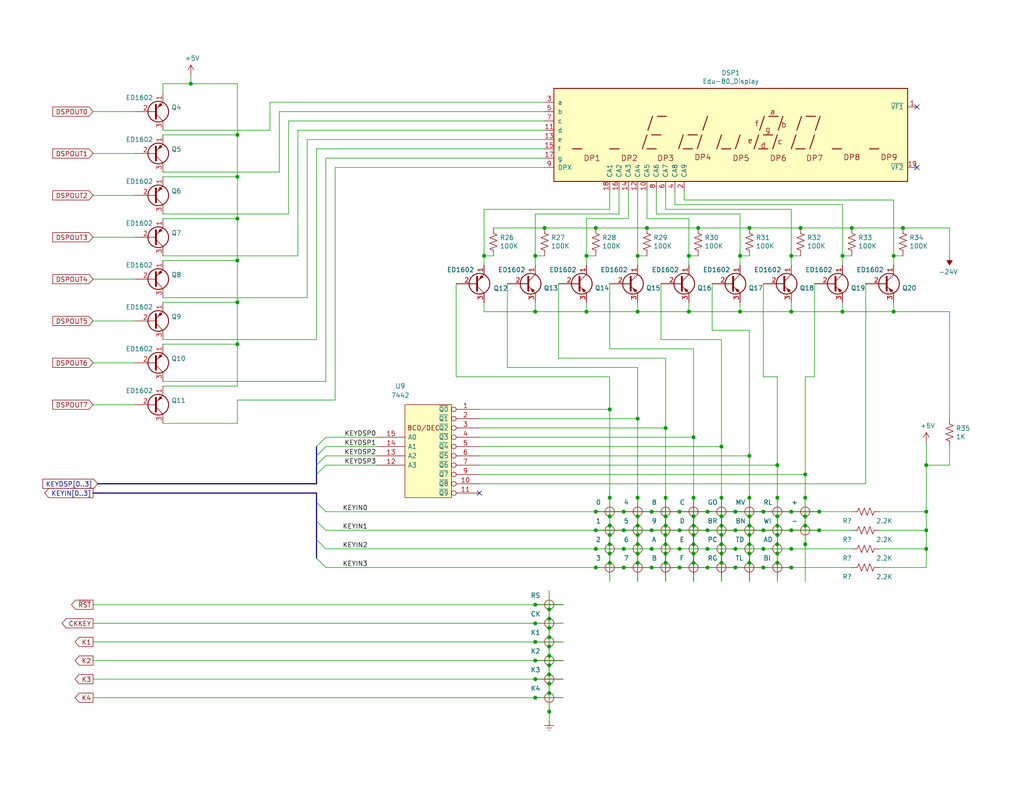
<source format=kicad_sch>
(kicad_sch (version 20230121) (generator eeschema)
  (paper "A")
  (title_block (title "Edu-80 Z80 Trainer") (date "2023-06-03") (rev "0.1") (company "Strangers") (comment 1 "Author: James D. Tucker"))
  (junction (at 187.96 85.09))
  (junction (at 185.42 154.94))
  (junction (at 149.86 194.31))
  (junction (at 215.9 139.7))
  (junction (at 204.47 143.51))
  (junction (at 173.99 135.89))
  (junction (at 64.77 48.26))
  (junction (at 149.86 168.91))
  (junction (at 162.56 144.78))
  (junction (at 204.47 151.13))
  (junction (at 196.85 135.89))
  (junction (at 160.02 85.09))
  (junction (at 196.85 151.13))
  (junction (at 177.8 139.7))
  (junction (at 196.85 121.92))
  (junction (at 149.86 166.37))
  (junction (at 189.23 140.97))
  (junction (at 181.61 151.13))
  (junction (at 177.8 149.86))
  (junction (at 200.66 154.94))
  (junction (at 146.05 170.18))
  (junction (at 218.44 62.23))
  (junction (at 212.09 143.51))
  (junction (at 189.23 135.89))
  (junction (at 170.18 139.7))
  (junction (at 189.23 148.59))
  (junction (at 162.56 154.94))
  (junction (at 204.47 135.89))
  (junction (at 181.61 116.84))
  (junction (at 149.86 189.23))
  (junction (at 212.09 151.13))
  (junction (at 149.86 176.53))
  (junction (at 146.05 85.09))
  (junction (at 149.86 173.99))
  (junction (at 173.99 143.51))
  (junction (at 219.71 148.59))
  (junction (at 215.9 154.94))
  (junction (at 243.84 69.85))
  (junction (at 189.23 153.67))
  (junction (at 173.99 114.3))
  (junction (at 215.9 69.85))
  (junction (at 162.56 139.7))
  (junction (at 166.37 151.13))
  (junction (at 149.86 179.07))
  (junction (at 252.73 149.86))
  (junction (at 181.61 140.97))
  (junction (at 162.56 149.86))
  (junction (at 219.71 129.54))
  (junction (at 64.77 71.12))
  (junction (at 208.28 144.78))
  (junction (at 204.47 148.59))
  (junction (at 181.61 146.05))
  (junction (at 196.85 140.97))
  (junction (at 212.09 146.05))
  (junction (at 166.37 148.59))
  (junction (at 219.71 135.89))
  (junction (at 196.85 143.51))
  (junction (at 252.73 139.7))
  (junction (at 52.07 22.86))
  (junction (at 189.23 119.38))
  (junction (at 223.52 144.78))
  (junction (at 187.96 69.85))
  (junction (at 148.59 62.23))
  (junction (at 146.05 69.85))
  (junction (at 173.99 146.05))
  (junction (at 229.87 69.85))
  (junction (at 146.05 185.42))
  (junction (at 64.77 93.98))
  (junction (at 177.8 154.94))
  (junction (at 190.5 62.23))
  (junction (at 149.86 171.45))
  (junction (at 173.99 148.59))
  (junction (at 208.28 154.94))
  (junction (at 219.71 143.51))
  (junction (at 196.85 148.59))
  (junction (at 196.85 146.05))
  (junction (at 204.47 153.67))
  (junction (at 146.05 190.5))
  (junction (at 215.9 149.86))
  (junction (at 166.37 140.97))
  (junction (at 201.93 69.85))
  (junction (at 193.04 154.94))
  (junction (at 166.37 135.89))
  (junction (at 189.23 151.13))
  (junction (at 229.87 85.09))
  (junction (at 166.37 146.05))
  (junction (at 185.42 149.86))
  (junction (at 166.37 111.76))
  (junction (at 181.61 153.67))
  (junction (at 166.37 143.51))
  (junction (at 212.09 135.89))
  (junction (at 64.77 36.83))
  (junction (at 170.18 154.94))
  (junction (at 201.93 85.09))
  (junction (at 177.8 144.78))
  (junction (at 173.99 69.85))
  (junction (at 252.73 127))
  (junction (at 252.73 144.78))
  (junction (at 208.28 139.7))
  (junction (at 196.85 153.67))
  (junction (at 146.05 180.34))
  (junction (at 64.77 82.55))
  (junction (at 200.66 139.7))
  (junction (at 215.9 144.78))
  (junction (at 200.66 149.86))
  (junction (at 160.02 69.85))
  (junction (at 132.08 69.85))
  (junction (at 185.42 144.78))
  (junction (at 189.23 143.51))
  (junction (at 193.04 139.7))
  (junction (at 212.09 140.97))
  (junction (at 193.04 149.86))
  (junction (at 173.99 151.13))
  (junction (at 64.77 59.69))
  (junction (at 193.04 144.78))
  (junction (at 181.61 135.89))
  (junction (at 223.52 139.7))
  (junction (at 208.28 149.86))
  (junction (at 189.23 146.05))
  (junction (at 170.18 144.78))
  (junction (at 149.86 181.61))
  (junction (at 215.9 85.09))
  (junction (at 185.42 139.7))
  (junction (at 232.41 62.23))
  (junction (at 173.99 85.09))
  (junction (at 212.09 148.59))
  (junction (at 243.84 85.09))
  (junction (at 149.86 186.69))
  (junction (at 212.09 127))
  (junction (at 204.47 140.97))
  (junction (at 146.05 175.26))
  (junction (at 173.99 153.67))
  (junction (at 166.37 153.67))
  (junction (at 170.18 149.86))
  (junction (at 219.71 140.97))
  (junction (at 176.53 62.23))
  (junction (at 181.61 148.59))
  (junction (at 181.61 143.51))
  (junction (at 204.47 62.23))
  (junction (at 204.47 146.05))
  (junction (at 204.47 124.46))
  (junction (at 146.05 165.1))
  (junction (at 162.56 62.23))
  (junction (at 149.86 184.15))
  (junction (at 200.66 144.78))
  (junction (at 212.09 153.67))
  (junction (at 173.99 140.97))
  (junction (at 246.38 62.23))
  (no_connect (at 130.81 134.62))
  (no_connect (at 250.19 45.72))
  (no_connect (at 250.19 29.21))
  (bus_entry (at 88.9 127) (size -2.54 2.54))
  (bus_entry (at 88.9 121.92) (size -2.54 2.54))
  (bus_entry (at 86.36 137.16) (size 2.54 2.54))
  (bus_entry (at 86.36 142.24) (size 2.54 2.54))
  (bus_entry (at 86.36 147.32) (size 2.54 2.54))
  (bus_entry (at 88.9 124.46) (size -2.54 2.54))
  (bus_entry (at 86.36 152.4) (size 2.54 2.54))
  (bus_entry (at 88.9 119.38) (size -2.54 2.54))
  (wire (pts (xy 252.73 127) (xy 252.73 139.7)))
  (wire (pts (xy 173.99 100.33) (xy 173.99 114.3)))
  (wire (pts (xy 177.8 154.94) (xy 185.42 154.94)))
  (wire (pts (xy 160.02 82.55) (xy 160.02 85.09)))
  (wire (pts (xy 134.62 69.85) (xy 132.08 69.85)))
  (wire (pts (xy 146.05 69.85) (xy 146.05 58.42)))
  (wire (pts (xy 181.61 97.79) (xy 181.61 116.84)))
  (wire (pts (xy 44.45 82.55) (xy 64.77 82.55)))
  (wire (pts (xy 132.08 69.85) (xy 132.08 57.15)))
  (wire (pts (xy 185.42 149.86) (xy 193.04 149.86)))
  (wire (pts (xy 130.81 129.54) (xy 219.71 129.54)))
  (wire (pts (xy 212.09 140.97) (xy 212.09 135.89)))
  (wire (pts (xy 177.8 149.86) (xy 185.42 149.86)))
  (wire (pts (xy 189.23 148.59) (xy 189.23 151.13)))
  (wire (pts (xy 240.03 144.78) (xy 252.73 144.78)))
  (wire (pts (xy 88.9 149.86) (xy 162.56 149.86)))
  (wire (pts (xy 200.66 149.86) (xy 208.28 149.86)))
  (wire (pts (xy 204.47 62.23) (xy 218.44 62.23)))
  (wire (pts (xy 173.99 69.85) (xy 173.99 52.07)))
  (wire (pts (xy 44.45 69.85) (xy 81.28 69.85)))
  (wire (pts (xy 73.66 27.94) (xy 73.66 35.56)))
  (wire (pts (xy 64.77 115.57) (xy 64.77 109.22)))
  (wire (pts (xy 196.85 146.05) (xy 196.85 148.59)))
  (wire (pts (xy 212.09 135.89) (xy 212.09 127)))
  (wire (pts (xy 166.37 153.67) (xy 166.37 158.75)))
  (wire (pts (xy 148.59 62.23) (xy 162.56 62.23)))
  (wire (pts (xy 252.73 139.7) (xy 252.73 144.78)))
  (wire (pts (xy 25.4 190.5) (xy 146.05 190.5)))
  (wire (pts (xy 160.02 72.39) (xy 160.02 69.85)))
  (wire (pts (xy 88.9 139.7) (xy 162.56 139.7)))
  (wire (pts (xy 181.61 135.89) (xy 181.61 116.84)))
  (wire (pts (xy 149.86 179.07) (xy 149.86 181.61)))
  (wire (pts (xy 170.18 144.78) (xy 177.8 144.78)))
  (wire (pts (xy 88.9 124.46) (xy 102.87 124.46)))
  (wire (pts (xy 229.87 69.85) (xy 229.87 55.88)))
  (bus (pts (xy 86.36 129.54) (xy 86.36 132.08)))
  (wire (pts (xy 166.37 146.05) (xy 166.37 148.59)))
  (wire (pts (xy 64.77 48.26) (xy 64.77 59.69)))
  (wire (pts (xy 44.45 93.98) (xy 64.77 93.98)))
  (wire (pts (xy 25.4 64.77) (xy 36.83 64.77)))
  (wire (pts (xy 196.85 153.67) (xy 196.85 158.75)))
  (wire (pts (xy 184.15 55.88) (xy 229.87 55.88)))
  (bus (pts (xy 86.36 124.46) (xy 86.36 127)))
  (wire (pts (xy 200.66 154.94) (xy 208.28 154.94)))
  (wire (pts (xy 64.77 71.12) (xy 64.77 82.55)))
  (wire (pts (xy 189.23 153.67) (xy 189.23 151.13)))
  (wire (pts (xy 232.41 62.23) (xy 246.38 62.23)))
  (wire (pts (xy 177.8 144.78) (xy 185.42 144.78)))
  (wire (pts (xy 130.81 111.76) (xy 166.37 111.76)))
  (wire (pts (xy 25.4 30.48) (xy 36.83 30.48)))
  (wire (pts (xy 259.08 127) (xy 252.73 127)))
  (wire (pts (xy 25.4 180.34) (xy 146.05 180.34)))
  (wire (pts (xy 252.73 154.94) (xy 252.73 149.86)))
  (wire (pts (xy 246.38 62.23) (xy 259.08 62.23)))
  (wire (pts (xy 88.9 43.18) (xy 148.59 43.18)))
  (wire (pts (xy 196.85 151.13) (xy 196.85 148.59)))
  (wire (pts (xy 88.9 121.92) (xy 102.87 121.92)))
  (wire (pts (xy 215.9 69.85) (xy 215.9 72.39)))
  (wire (pts (xy 223.52 139.7) (xy 232.41 139.7)))
  (wire (pts (xy 149.86 168.91) (xy 149.86 171.45)))
  (wire (pts (xy 196.85 135.89) (xy 196.85 121.92)))
  (wire (pts (xy 170.18 139.7) (xy 177.8 139.7)))
  (wire (pts (xy 194.31 90.17) (xy 194.31 77.47)))
  (wire (pts (xy 196.85 140.97) (xy 196.85 135.89)))
  (wire (pts (xy 166.37 57.15) (xy 166.37 52.07)))
  (wire (pts (xy 149.86 181.61) (xy 149.86 184.15)))
  (wire (pts (xy 181.61 57.15) (xy 215.9 57.15)))
  (wire (pts (xy 162.56 144.78) (xy 170.18 144.78)))
  (wire (pts (xy 124.46 102.87) (xy 166.37 102.87)))
  (wire (pts (xy 212.09 148.59) (xy 212.09 146.05)))
  (wire (pts (xy 215.9 85.09) (xy 229.87 85.09)))
  (wire (pts (xy 149.86 166.37) (xy 149.86 168.91)))
  (wire (pts (xy 236.22 77.47) (xy 236.22 132.08)))
  (wire (pts (xy 243.84 82.55) (xy 243.84 85.09)))
  (wire (pts (xy 44.45 46.99) (xy 76.2 46.99)))
  (wire (pts (xy 166.37 148.59) (xy 166.37 151.13)))
  (wire (pts (xy 162.56 139.7) (xy 170.18 139.7)))
  (wire (pts (xy 166.37 95.25) (xy 189.23 95.25)))
  (wire (pts (xy 204.47 90.17) (xy 204.47 124.46)))
  (wire (pts (xy 196.85 92.71) (xy 196.85 121.92)))
  (wire (pts (xy 132.08 57.15) (xy 166.37 57.15)))
  (wire (pts (xy 124.46 77.47) (xy 124.46 102.87)))
  (wire (pts (xy 146.05 72.39) (xy 146.05 69.85)))
  (bus (pts (xy 86.36 137.16) (xy 86.36 142.24)))
  (wire (pts (xy 212.09 146.05) (xy 212.09 143.51)))
  (wire (pts (xy 186.69 54.61) (xy 243.84 54.61)))
  (bus (pts (xy 26.67 132.08) (xy 86.36 132.08)))
  (wire (pts (xy 193.04 139.7) (xy 200.66 139.7)))
  (wire (pts (xy 204.47 143.51) (xy 204.47 140.97)))
  (wire (pts (xy 215.9 82.55) (xy 215.9 85.09)))
  (wire (pts (xy 208.28 77.47) (xy 208.28 102.87)))
  (wire (pts (xy 212.09 143.51) (xy 212.09 140.97)))
  (wire (pts (xy 25.4 76.2) (xy 36.83 76.2)))
  (wire (pts (xy 78.74 58.42) (xy 78.74 33.02)))
  (wire (pts (xy 212.09 153.67) (xy 212.09 158.75)))
  (wire (pts (xy 176.53 59.69) (xy 176.53 52.07)))
  (wire (pts (xy 44.45 115.57) (xy 64.77 115.57)))
  (wire (pts (xy 189.23 140.97) (xy 189.23 135.89)))
  (wire (pts (xy 212.09 102.87) (xy 212.09 127)))
  (wire (pts (xy 166.37 140.97) (xy 166.37 143.51)))
  (wire (pts (xy 219.71 143.51) (xy 219.71 148.59)))
  (wire (pts (xy 187.96 85.09) (xy 201.93 85.09)))
  (wire (pts (xy 196.85 143.51) (xy 196.85 140.97)))
  (wire (pts (xy 173.99 151.13) (xy 173.99 148.59)))
  (wire (pts (xy 173.99 85.09) (xy 187.96 85.09)))
  (wire (pts (xy 88.9 144.78) (xy 162.56 144.78)))
  (wire (pts (xy 259.08 121.92) (xy 259.08 127)))
  (wire (pts (xy 243.84 69.85) (xy 243.84 54.61)))
  (wire (pts (xy 180.34 77.47) (xy 180.34 92.71)))
  (wire (pts (xy 81.28 35.56) (xy 148.59 35.56)))
  (wire (pts (xy 215.9 69.85) (xy 215.9 57.15)))
  (wire (pts (xy 193.04 144.78) (xy 200.66 144.78)))
  (bus (pts (xy 86.36 147.32) (xy 86.36 152.4)))
  (wire (pts (xy 73.66 27.94) (xy 148.59 27.94)))
  (wire (pts (xy 44.45 25.4) (xy 44.45 22.86)))
  (bus (pts (xy 86.36 134.62) (xy 86.36 137.16)))
  (wire (pts (xy 201.93 85.09) (xy 215.9 85.09)))
  (wire (pts (xy 166.37 151.13) (xy 166.37 153.67)))
  (wire (pts (xy 64.77 93.98) (xy 64.77 82.55)))
  (wire (pts (xy 166.37 135.89) (xy 166.37 140.97)))
  (wire (pts (xy 160.02 69.85) (xy 160.02 59.69)))
  (wire (pts (xy 149.86 176.53) (xy 149.86 179.07)))
  (wire (pts (xy 215.9 139.7) (xy 223.52 139.7)))
  (wire (pts (xy 177.8 139.7) (xy 185.42 139.7)))
  (wire (pts (xy 44.45 81.28) (xy 83.82 81.28)))
  (wire (pts (xy 229.87 82.55) (xy 229.87 85.09)))
  (wire (pts (xy 181.61 57.15) (xy 181.61 52.07)))
  (wire (pts (xy 204.47 153.67) (xy 204.47 151.13)))
  (wire (pts (xy 25.4 170.18) (xy 146.05 170.18)))
  (wire (pts (xy 171.45 59.69) (xy 171.45 52.07)))
  (wire (pts (xy 229.87 85.09) (xy 243.84 85.09)))
  (wire (pts (xy 25.4 87.63) (xy 36.83 87.63)))
  (wire (pts (xy 193.04 154.94) (xy 200.66 154.94)))
  (wire (pts (xy 201.93 69.85) (xy 201.93 58.42)))
  (wire (pts (xy 204.47 148.59) (xy 204.47 151.13)))
  (wire (pts (xy 176.53 62.23) (xy 190.5 62.23)))
  (wire (pts (xy 181.61 135.89) (xy 181.61 140.97)))
  (wire (pts (xy 219.71 129.54) (xy 219.71 135.89)))
  (wire (pts (xy 204.47 69.85) (xy 201.93 69.85)))
  (wire (pts (xy 83.82 38.1) (xy 148.59 38.1)))
  (wire (pts (xy 181.61 148.59) (xy 181.61 151.13)))
  (wire (pts (xy 64.77 93.98) (xy 64.77 105.41)))
  (wire (pts (xy 25.4 175.26) (xy 146.05 175.26)))
  (wire (pts (xy 179.07 58.42) (xy 179.07 52.07)))
  (wire (pts (xy 44.45 104.14) (xy 88.9 104.14)))
  (wire (pts (xy 88.9 104.14) (xy 88.9 43.18)))
  (wire (pts (xy 149.86 171.45) (xy 149.86 173.99)))
  (wire (pts (xy 173.99 140.97) (xy 173.99 135.89)))
  (wire (pts (xy 166.37 102.87) (xy 166.37 111.76)))
  (bus (pts (xy 25.4 134.62) (xy 86.36 134.62)))
  (wire (pts (xy 91.44 109.22) (xy 91.44 45.72)))
  (wire (pts (xy 132.08 72.39) (xy 132.08 69.85)))
  (wire (pts (xy 204.47 153.67) (xy 204.47 158.75)))
  (wire (pts (xy 222.25 77.47) (xy 222.25 102.87)))
  (wire (pts (xy 149.86 194.31) (xy 149.86 196.85)))
  (wire (pts (xy 259.08 85.09) (xy 259.08 114.3)))
  (wire (pts (xy 132.08 85.09) (xy 146.05 85.09)))
  (wire (pts (xy 166.37 111.76) (xy 166.37 135.89)))
  (wire (pts (xy 44.45 22.86) (xy 52.07 22.86)))
  (bus (pts (xy 86.36 121.92) (xy 86.36 124.46)))
  (wire (pts (xy 181.61 148.59) (xy 181.61 146.05)))
  (wire (pts (xy 196.85 153.67) (xy 196.85 151.13)))
  (wire (pts (xy 201.93 82.55) (xy 201.93 85.09)))
  (wire (pts (xy 44.45 35.56) (xy 73.66 35.56)))
  (wire (pts (xy 25.4 53.34) (xy 36.83 53.34)))
  (wire (pts (xy 194.31 90.17) (xy 204.47 90.17)))
  (wire (pts (xy 243.84 69.85) (xy 243.84 72.39)))
  (wire (pts (xy 88.9 127) (xy 102.87 127)))
  (wire (pts (xy 168.91 58.42) (xy 168.91 52.07)))
  (wire (pts (xy 219.71 135.89) (xy 219.71 140.97)))
  (wire (pts (xy 218.44 62.23) (xy 232.41 62.23)))
  (wire (pts (xy 176.53 69.85) (xy 173.99 69.85)))
  (wire (pts (xy 185.42 139.7) (xy 193.04 139.7)))
  (wire (pts (xy 149.86 186.69) (xy 149.86 189.23)))
  (wire (pts (xy 146.05 58.42) (xy 168.91 58.42)))
  (wire (pts (xy 44.45 58.42) (xy 78.74 58.42)))
  (wire (pts (xy 83.82 81.28) (xy 83.82 38.1)))
  (wire (pts (xy 130.81 119.38) (xy 189.23 119.38)))
  (wire (pts (xy 149.86 173.99) (xy 149.86 176.53)))
  (wire (pts (xy 173.99 153.67) (xy 173.99 151.13)))
  (wire (pts (xy 25.4 41.91) (xy 36.83 41.91)))
  (wire (pts (xy 78.74 33.02) (xy 148.59 33.02)))
  (wire (pts (xy 146.05 170.18) (xy 153.67 170.18)))
  (wire (pts (xy 173.99 140.97) (xy 173.99 143.51)))
  (wire (pts (xy 219.71 148.59) (xy 219.71 158.75)))
  (wire (pts (xy 146.05 165.1) (xy 153.67 165.1)))
  (wire (pts (xy 173.99 72.39) (xy 173.99 69.85)))
  (wire (pts (xy 208.28 149.86) (xy 215.9 149.86)))
  (wire (pts (xy 44.45 71.12) (xy 64.77 71.12)))
  (wire (pts (xy 223.52 144.78) (xy 232.41 144.78)))
  (wire (pts (xy 134.62 62.23) (xy 148.59 62.23)))
  (wire (pts (xy 149.86 184.15) (xy 149.86 186.69)))
  (wire (pts (xy 185.42 154.94) (xy 193.04 154.94)))
  (wire (pts (xy 252.73 120.65) (xy 252.73 127)))
  (wire (pts (xy 173.99 143.51) (xy 173.99 146.05)))
  (wire (pts (xy 193.04 149.86) (xy 200.66 149.86)))
  (wire (pts (xy 130.81 132.08) (xy 236.22 132.08)))
  (wire (pts (xy 189.23 146.05) (xy 189.23 148.59)))
  (wire (pts (xy 86.36 40.64) (xy 148.59 40.64)))
  (wire (pts (xy 204.47 146.05) (xy 204.47 143.51)))
  (wire (pts (xy 149.86 161.29) (xy 149.86 166.37)))
  (wire (pts (xy 212.09 151.13) (xy 212.09 153.67)))
  (wire (pts (xy 64.77 109.22) (xy 91.44 109.22)))
  (wire (pts (xy 81.28 69.85) (xy 81.28 35.56)))
  (wire (pts (xy 179.07 58.42) (xy 201.93 58.42)))
  (wire (pts (xy 208.28 139.7) (xy 215.9 139.7)))
  (wire (pts (xy 189.23 135.89) (xy 189.23 119.38)))
  (wire (pts (xy 25.4 165.1) (xy 146.05 165.1)))
  (wire (pts (xy 162.56 62.23) (xy 176.53 62.23)))
  (wire (pts (xy 219.71 102.87) (xy 219.71 129.54)))
  (wire (pts (xy 181.61 140.97) (xy 181.61 143.51)))
  (wire (pts (xy 25.4 110.49) (xy 36.83 110.49)))
  (wire (pts (xy 215.9 144.78) (xy 223.52 144.78)))
  (wire (pts (xy 148.59 69.85) (xy 146.05 69.85)))
  (wire (pts (xy 44.45 59.69) (xy 64.77 59.69)))
  (wire (pts (xy 240.03 149.86) (xy 252.73 149.86)))
  (wire (pts (xy 152.4 77.47) (xy 152.4 97.79)))
  (wire (pts (xy 170.18 154.94) (xy 177.8 154.94)))
  (wire (pts (xy 212.09 127) (xy 130.81 127)))
  (wire (pts (xy 190.5 69.85) (xy 187.96 69.85)))
  (wire (pts (xy 196.85 143.51) (xy 196.85 146.05)))
  (wire (pts (xy 76.2 30.48) (xy 148.59 30.48)))
  (wire (pts (xy 180.34 92.71) (xy 196.85 92.71)))
  (wire (pts (xy 215.9 149.86) (xy 232.41 149.86)))
  (wire (pts (xy 189.23 143.51) (xy 189.23 146.05)))
  (wire (pts (xy 25.4 185.42) (xy 146.05 185.42)))
  (wire (pts (xy 204.47 135.89) (xy 204.47 124.46)))
  (wire (pts (xy 252.73 144.78) (xy 252.73 149.86)))
  (wire (pts (xy 152.4 97.79) (xy 181.61 97.79)))
  (wire (pts (xy 170.18 149.86) (xy 177.8 149.86)))
  (wire (pts (xy 185.42 144.78) (xy 193.04 144.78)))
  (wire (pts (xy 162.56 149.86) (xy 170.18 149.86)))
  (wire (pts (xy 146.05 180.34) (xy 153.67 180.34)))
  (wire (pts (xy 181.61 116.84) (xy 130.81 116.84)))
  (wire (pts (xy 187.96 72.39) (xy 187.96 69.85)))
  (wire (pts (xy 219.71 102.87) (xy 222.25 102.87)))
  (wire (pts (xy 44.45 92.71) (xy 86.36 92.71)))
  (wire (pts (xy 173.99 135.89) (xy 173.99 114.3)))
  (wire (pts (xy 184.15 55.88) (xy 184.15 52.07)))
  (wire (pts (xy 218.44 69.85) (xy 215.9 69.85)))
  (wire (pts (xy 25.4 99.06) (xy 36.83 99.06)))
  (wire (pts (xy 212.09 148.59) (xy 212.09 151.13)))
  (wire (pts (xy 229.87 69.85) (xy 229.87 72.39)))
  (wire (pts (xy 64.77 22.86) (xy 52.07 22.86)))
  (wire (pts (xy 204.47 140.97) (xy 204.47 135.89)))
  (wire (pts (xy 212.09 102.87) (xy 208.28 102.87)))
  (wire (pts (xy 208.28 154.94) (xy 215.9 154.94)))
  (wire (pts (xy 160.02 59.69) (xy 171.45 59.69)))
  (wire (pts (xy 160.02 85.09) (xy 173.99 85.09)))
  (wire (pts (xy 88.9 119.38) (xy 102.87 119.38)))
  (wire (pts (xy 201.93 69.85) (xy 201.93 72.39)))
  (wire (pts (xy 52.07 22.86) (xy 52.07 20.32)))
  (wire (pts (xy 196.85 121.92) (xy 130.81 121.92)))
  (wire (pts (xy 146.05 190.5) (xy 153.67 190.5)))
  (wire (pts (xy 243.84 85.09) (xy 259.08 85.09)))
  (wire (pts (xy 181.61 153.67) (xy 181.61 151.13)))
  (wire (pts (xy 76.2 46.99) (xy 76.2 30.48)))
  (wire (pts (xy 64.77 22.86) (xy 64.77 36.83)))
  (wire (pts (xy 200.66 144.78) (xy 208.28 144.78)))
  (wire (pts (xy 146.05 85.09) (xy 160.02 85.09)))
  (wire (pts (xy 173.99 153.67) (xy 173.99 158.75)))
  (wire (pts (xy 173.99 82.55) (xy 173.99 85.09)))
  (wire (pts (xy 200.66 139.7) (xy 208.28 139.7)))
  (wire (pts (xy 259.08 62.23) (xy 259.08 69.85)))
  (wire (pts (xy 189.23 95.25) (xy 189.23 119.38)))
  (wire (pts (xy 146.05 185.42) (xy 153.67 185.42)))
  (wire (pts (xy 130.81 114.3) (xy 173.99 114.3)))
  (wire (pts (xy 166.37 77.47) (xy 166.37 95.25)))
  (wire (pts (xy 64.77 48.26) (xy 64.77 36.83)))
  (wire (pts (xy 64.77 71.12) (xy 64.77 59.69)))
  (wire (pts (xy 181.61 153.67) (xy 181.61 158.75)))
  (bus (pts (xy 86.36 142.24) (xy 86.36 147.32)))
  (wire (pts (xy 138.43 100.33) (xy 138.43 77.47)))
  (wire (pts (xy 86.36 92.71) (xy 86.36 40.64)))
  (wire (pts (xy 132.08 82.55) (xy 132.08 85.09)))
  (wire (pts (xy 146.05 82.55) (xy 146.05 85.09)))
  (wire (pts (xy 91.44 45.72) (xy 148.59 45.72)))
  (wire (pts (xy 204.47 146.05) (xy 204.47 148.59)))
  (wire (pts (xy 219.71 140.97) (xy 219.71 143.51)))
  (wire (pts (xy 130.81 124.46) (xy 204.47 124.46)))
  (wire (pts (xy 162.56 154.94) (xy 170.18 154.94)))
  (wire (pts (xy 187.96 82.55) (xy 187.96 85.09)))
  (wire (pts (xy 44.45 48.26) (xy 64.77 48.26)))
  (wire (pts (xy 215.9 154.94) (xy 232.41 154.94)))
  (wire (pts (xy 190.5 62.23) (xy 204.47 62.23)))
  (wire (pts (xy 173.99 146.05) (xy 173.99 148.59)))
  (wire (pts (xy 187.96 69.85) (xy 187.96 59.69)))
  (wire (pts (xy 173.99 100.33) (xy 138.43 100.33)))
  (wire (pts (xy 189.23 153.67) (xy 189.23 158.75)))
  (wire (pts (xy 146.05 175.26) (xy 153.67 175.26)))
  (wire (pts (xy 181.61 143.51) (xy 181.61 146.05)))
  (wire (pts (xy 186.69 54.61) (xy 186.69 52.07)))
  (wire (pts (xy 44.45 36.83) (xy 64.77 36.83)))
  (wire (pts (xy 189.23 140.97) (xy 189.23 143.51)))
  (wire (pts (xy 246.38 69.85) (xy 243.84 69.85)))
  (wire (pts (xy 88.9 154.94) (xy 162.56 154.94)))
  (wire (pts (xy 208.28 144.78) (xy 215.9 144.78)))
  (wire (pts (xy 166.37 143.51) (xy 166.37 146.05)))
  (wire (pts (xy 149.86 189.23) (xy 149.86 194.31)))
  (wire (pts (xy 187.96 59.69) (xy 176.53 59.69)))
  (bus (pts (xy 86.36 127) (xy 86.36 129.54)))
  (wire (pts (xy 240.03 154.94) (xy 252.73 154.94)))
  (wire (pts (xy 232.41 69.85) (xy 229.87 69.85)))
  (wire (pts (xy 162.56 69.85) (xy 160.02 69.85)))
  (wire (pts (xy 44.45 105.41) (xy 64.77 105.41)))
  (wire (pts (xy 240.03 139.7) (xy 252.73 139.7)))
  (label "KEYIN0" (at 100.33 139.7 180))
  (label "KEYDSP2" (at 93.98 124.46 0))
  (label "KEYIN2" (at 100.33 149.86 180))
  (label "KEYDSP1" (at 93.98 121.92 0))
  (label "KEYIN3" (at 100.33 154.94 180))
  (label "KEYDSP0" (at 93.98 119.38 0))
  (label "KEYIN1" (at 100.33 144.78 180))
  (label "KEYDSP3" (at 93.98 127 0))
  (global_label "K3" (shape output) (at 25.4 185.42 180) (property "Intersheetrefs" "${INTERSHEET_REFS}" (effects hide)))
  (global_label "CKKEY" (shape output) (at 25.4 170.18 180) (property "Intersheetrefs" "${INTERSHEET_REFS}" (effects hide)))
  (global_label "KEYIN[0..3]" (shape output) (at 25.4 134.62 180) (property "Intersheetrefs" "${INTERSHEET_REFS}" (effects hide)))
  (global_label "K4" (shape output) (at 25.4 190.5 180) (property "Intersheetrefs" "${INTERSHEET_REFS}" (effects hide)))
  (global_label "DSPOUT3" (shape input) (at 25.4 64.77 180) (property "Intersheetrefs" "${INTERSHEET_REFS}" (effects hide)))
  (global_label "DSPOUT1" (shape input) (at 25.4 41.91 180) (property "Intersheetrefs" "${INTERSHEET_REFS}" (effects hide)))
  (global_label "DSPOUT4" (shape input) (at 25.4 76.2 180) (property "Intersheetrefs" "${INTERSHEET_REFS}" (effects hide)))
  (global_label "K2" (shape output) (at 25.4 180.34 180) (property "Intersheetrefs" "${INTERSHEET_REFS}" (effects hide)))
  (global_label "DSPOUT2" (shape input) (at 25.4 53.34 180) (property "Intersheetrefs" "${INTERSHEET_REFS}" (effects hide)))
  (global_label "DSPOUT6" (shape input) (at 25.4 99.06 180) (property "Intersheetrefs" "${INTERSHEET_REFS}" (effects hide)))
  (global_label "DSPOUT0" (shape input) (at 25.4 30.48 180) (property "Intersheetrefs" "${INTERSHEET_REFS}" (effects hide)))
  (global_label "K1" (shape output) (at 25.4 175.26 180) (property "Intersheetrefs" "${INTERSHEET_REFS}" (effects hide)))
  (global_label "KEYDSP[0..3]" (shape input) (at 26.67 132.08 180) (property "Intersheetrefs" "${INTERSHEET_REFS}" (effects hide)))
  (global_label "DSPOUT7" (shape input) (at 25.4 110.49 180) (property "Intersheetrefs" "${INTERSHEET_REFS}" (effects hide)))
  (global_label "DSPOUT5" (shape input) (at 25.4 87.63 180) (property "Intersheetrefs" "${INTERSHEET_REFS}" (effects hide)))
  (global_label "~{RST}" (shape output) (at 25.4 165.1 180) (property "Intersheetrefs" "${INTERSHEET_REFS}" (effects hide)))
  (symbol (lib_id "power:+5V") (at 52.07 20.32 0) (unit 1)
    (property "Reference" "#PWR0187" (effects hide))
    (property "Value" "+5V" (at 52.451 15.9258 0))
  )
  (symbol (lib_id "Device:Q_PNP_CBE") (at 199.39 77.47 0) (unit 1)
    (property "Reference" "Q17" (at 204.216 78.6384 0) (effects (justify left)))
    (property "Value" "ED1602" (at 191.77 73.66 0) (effects (justify left)))
  )
  (symbol (lib_id "Device:Q_PNP_CBE") (at 213.36 77.47 0) (unit 1)
    (property "Reference" "Q18" (at 218.186 78.6384 0) (effects (justify left)))
    (property "Value" "ED1602" (at 205.74 73.66 0) (effects (justify left)))
  )
  (symbol (lib_id "Device:Q_PNP_CBE") (at 227.33 77.47 0) (unit 1)
    (property "Reference" "Q19" (at 232.156 78.6384 0) (effects (justify left)))
    (property "Value" "ED1602" (at 219.71 73.66 0) (effects (justify left)))
  )
  (symbol (lib_id "Device:Q_PNP_CBE") (at 241.3 77.47 0) (unit 1)
    (property "Reference" "Q20" (at 246.126 78.6384 0) (effects (justify left)))
    (property "Value" "ED1602" (at 233.68 73.66 0) (effects (justify left)))
  )
  (symbol (lib_name "key_crosspoint_10") (lib_id "Edu-80_Symbols:key_crosspoint") (at 166.37 149.86 0) (unit 1)
    (property "Reference" "CP02" (effects hide))
    (property "Value" "2" (at 162.56 147.32 0) (effects (justify left)))
  )
  (symbol (lib_name "key_crosspoint_11") (lib_id "Edu-80_Symbols:key_crosspoint") (at 166.37 154.94 0) (unit 1)
    (property "Reference" "CP03" (effects hide))
    (property "Value" "3" (at 162.56 152.4 0) (effects (justify left)))
  )
  (symbol (lib_name "key_crosspoint_12") (lib_id "Edu-80_Symbols:key_crosspoint") (at 173.99 139.7 0) (unit 1)
    (property "Reference" "CP10" (effects hide))
    (property "Value" "4" (at 170.18 137.16 0) (effects (justify left)))
  )
  (symbol (lib_name "key_crosspoint_14") (lib_id "Edu-80_Symbols:key_crosspoint") (at 173.99 144.78 0) (unit 1)
    (property "Reference" "CP11" (effects hide))
    (property "Value" "5" (at 170.18 142.24 0) (effects (justify left)))
  )
  (symbol (lib_name "key_crosspoint_15") (lib_id "Edu-80_Symbols:key_crosspoint") (at 173.99 149.86 0) (unit 1)
    (property "Reference" "CP12" (effects hide))
    (property "Value" "6" (at 170.18 147.32 0) (effects (justify left)))
  )
  (symbol (lib_name "key_crosspoint_16") (lib_id "Edu-80_Symbols:key_crosspoint") (at 173.99 154.94 0) (unit 1)
    (property "Reference" "CP13" (effects hide))
    (property "Value" "7" (at 170.18 152.4 0) (effects (justify left)))
  )
  (symbol (lib_name "key_crosspoint_13") (lib_id "Edu-80_Symbols:key_crosspoint") (at 181.61 139.7 0) (unit 1)
    (property "Reference" "CP20" (effects hide))
    (property "Value" "8" (at 177.8 137.16 0) (effects (justify left)))
  )
  (symbol (lib_name "key_crosspoint_17") (lib_id "Edu-80_Symbols:key_crosspoint") (at 181.61 144.78 0) (unit 1)
    (property "Reference" "CP21" (effects hide))
    (property "Value" "9" (at 177.8 142.24 0) (effects (justify left)))
  )
  (symbol (lib_name "key_crosspoint_18") (lib_id "Edu-80_Symbols:key_crosspoint") (at 181.61 149.86 0) (unit 1)
    (property "Reference" "CP22" (effects hide))
    (property "Value" "A" (at 177.8 147.32 0) (effects (justify left)))
  )
  (symbol (lib_name "key_crosspoint_19") (lib_id "Edu-80_Symbols:key_crosspoint") (at 181.61 154.94 0) (unit 1)
    (property "Reference" "CP23" (effects hide))
    (property "Value" "B" (at 177.8 152.4 0) (effects (justify left)))
  )
  (symbol (lib_name "key_crosspoint_20") (lib_id "Edu-80_Symbols:key_crosspoint") (at 189.23 139.7 270) (unit 1)
    (property "Reference" "CP30" (effects hide))
    (property "Value" "C" (at 185.42 137.16 90) (effects (justify left)))
  )
  (symbol (lib_name "key_crosspoint_21") (lib_id "Edu-80_Symbols:key_crosspoint") (at 189.23 144.78 0) (unit 1)
    (property "Reference" "CP31" (effects hide))
    (property "Value" "D" (at 185.42 142.24 0) (effects (justify left)))
  )
  (symbol (lib_name "key_crosspoint_22") (lib_id "Edu-80_Symbols:key_crosspoint") (at 189.23 149.86 0) (unit 1)
    (property "Reference" "CP32" (effects hide))
    (property "Value" "E" (at 185.42 147.32 0) (effects (justify left)))
  )
  (symbol (lib_name "key_crosspoint_23") (lib_id "Edu-80_Symbols:key_crosspoint") (at 189.23 154.94 0) (unit 1)
    (property "Reference" "CP33" (effects hide))
    (property "Value" "F" (at 185.42 152.4 0) (effects (justify left)))
  )
  (symbol (lib_name "key_crosspoint_24") (lib_id "Edu-80_Symbols:key_crosspoint") (at 196.85 139.7 0) (unit 1)
    (property "Reference" "CP40" (effects hide))
    (property "Value" "GO" (at 193.04 137.16 0) (effects (justify left)))
  )
  (symbol (lib_name "key_crosspoint_25") (lib_id "Edu-80_Symbols:key_crosspoint") (at 196.85 144.78 0) (unit 1)
    (property "Reference" "CP41" (effects hide))
    (property "Value" "BR" (at 193.04 142.24 0) (effects (justify left)))
  )
  (symbol (lib_name "key_crosspoint_26") (lib_id "Edu-80_Symbols:key_crosspoint") (at 196.85 149.86 0) (unit 1)
    (property "Reference" "CP42" (effects hide))
    (property "Value" "PC" (at 193.04 147.32 0) (effects (justify left)))
  )
  (symbol (lib_name "key_crosspoint_27") (lib_id "Edu-80_Symbols:key_crosspoint") (at 196.85 154.94 0) (unit 1)
    (property "Reference" "CP43" (effects hide))
    (property "Value" "RG" (at 193.04 152.4 0) (effects (justify left)))
  )
  (symbol (lib_name "key_crosspoint_28") (lib_id "Edu-80_Symbols:key_crosspoint") (at 204.47 139.7 0) (unit 1)
    (property "Reference" "CP50" (effects hide))
    (property "Value" "MV" (at 200.66 137.16 0) (effects (justify left)))
  )
  (symbol (lib_name "key_crosspoint_29") (lib_id "Edu-80_Symbols:key_crosspoint") (at 204.47 144.78 0) (unit 1)
    (property "Reference" "CP51" (effects hide))
    (property "Value" "BN" (at 200.66 142.24 0) (effects (justify left)))
  )
  (symbol (lib_name "key_crosspoint_30") (lib_id "Edu-80_Symbols:key_crosspoint") (at 204.47 149.86 0) (unit 1)
    (property "Reference" "CP52" (effects hide))
    (property "Value" "TD" (at 200.66 147.32 0) (effects (justify left)))
  )
  (symbol (lib_name "key_crosspoint_31") (lib_id "Edu-80_Symbols:key_crosspoint") (at 204.47 154.94 0) (unit 1)
    (property "Reference" "CP53" (effects hide))
    (property "Value" "TL" (at 200.66 152.4 0) (effects (justify left)))
  )
  (symbol (lib_id "Device:R_US") (at 204.47 66.04 0) (unit 1)
    (property "Reference" "R31" (at 206.1972 64.8716 0) (effects (justify left)))
    (property "Value" "100K" (at 206.1972 67.183 0) (effects (justify left)))
    (instances (project "edu-80" (path "" (reference "R31") (unit 1)) (path "" (reference "R?") (unit 1))))
  )
  (symbol (lib_id "Device:R_US") (at 218.44 66.04 0) (unit 1)
    (property "Reference" "R32" (at 220.1672 64.8716 0) (effects (justify left)))
    (property "Value" "100K" (at 220.1672 67.183 0) (effects (justify left)))
    (instances (project "edu-80" (path "" (reference "R32") (unit 1)) (path "" (reference "R?") (unit 1))))
  )
  (symbol (lib_id "Device:R_US") (at 232.41 66.04 0) (unit 1)
    (property "Reference" "R33" (at 234.1372 64.8716 0) (effects (justify left)))
    (property "Value" "100K" (at 234.1372 67.183 0) (effects (justify left)))
    (instances (project "edu-80" (path "" (reference "R33") (unit 1)) (path "" (reference "R?") (unit 1))))
  )
  (symbol (lib_id "Device:R_US") (at 246.38 66.04 0) (unit 1)
    (property "Reference" "R34" (at 248.1072 64.8716 0) (effects (justify left)))
    (property "Value" "100K" (at 248.1072 67.183 0) (effects (justify left)))
    (instances (project "edu-80" (path "" (reference "R34") (unit 1)) (path "" (reference "R?") (unit 1))))
  )
  (symbol (lib_name "key_crosspoint_32") (lib_id "Edu-80_Symbols:key_crosspoint") (at 212.09 139.7 0) (unit 1)
    (property "Reference" "CP60" (effects hide))
    (property "Value" "RL" (at 208.28 137.16 0) (effects (justify left)))
  )
  (symbol (lib_name "key_crosspoint_33") (lib_id "Edu-80_Symbols:key_crosspoint") (at 212.09 144.78 0) (unit 1)
    (property "Reference" "CP61" (effects hide))
    (property "Value" "WI" (at 208.28 142.24 0) (effects (justify left)))
  )
  (symbol (lib_name "key_crosspoint_34") (lib_id "Edu-80_Symbols:key_crosspoint") (at 212.09 149.86 0) (unit 1)
    (property "Reference" "CP62" (effects hide))
    (property "Value" "AD" (at 208.28 147.32 0) (effects (justify left)))
  )
  (symbol (lib_name "key_crosspoint_35") (lib_id "Edu-80_Symbols:key_crosspoint") (at 212.09 154.94 0) (unit 1)
    (property "Reference" "CP63" (effects hide))
    (property "Value" "BI" (at 208.28 152.4 0) (effects (justify left)))
  )
  (symbol (lib_id "Device:R_US") (at 236.22 139.7 90) (unit 1)
    (property "Reference" "R?" (at 231.14 142.24 90))
    (property "Value" "2.2K" (at 241.3 142.24 90))
    (instances (project "edu-80" (path "" (reference "R?") (unit 1)) (path "" (reference "R?") (unit 1)) (path "" (reference "R36") (unit 1))))
  )
  (symbol (lib_id "Device:R_US") (at 236.22 144.78 90) (unit 1)
    (property "Reference" "R?" (at 231.14 147.32 90))
    (property "Value" "2.2K" (at 241.3 147.32 90))
    (instances (project "edu-80" (path "" (reference "R?") (unit 1)) (path "" (reference "R?") (unit 1)) (path "" (reference "R37") (unit 1))))
  )
  (symbol (lib_id "Device:R_US") (at 236.22 149.86 90) (unit 1)
    (property "Reference" "R?" (at 231.14 152.4 90))
    (property "Value" "2.2K" (at 241.3 152.4 90))
    (instances (project "edu-80" (path "" (reference "R?") (unit 1)) (path "" (reference "R?") (unit 1)) (path "" (reference "R38") (unit 1))))
  )
  (symbol (lib_id "Device:R_US") (at 236.22 154.94 90) (unit 1)
    (property "Reference" "R?" (at 231.14 157.48 90))
    (property "Value" "2.2K" (at 241.3 157.48 90))
    (instances (project "edu-80" (path "" (reference "R?") (unit 1)) (path "" (reference "R?") (unit 1)) (path "" (reference "R39") (unit 1))))
  )
  (symbol (lib_id "power:+5V") (at 252.73 120.65 0) (unit 1)
    (property "Reference" "#PWR0188" (effects hide))
    (property "Value" "+5V" (at 253.111 116.2558 0))
  )
  (symbol (lib_id "power:Earth") (at 149.86 196.85 0) (unit 1)
    (property "Reference" "#PWR0189" (effects hide))
    (property "Value" "Earth" (effects hide))
  )
  (symbol (lib_id "Device:Q_PNP_EBC") (at 41.91 30.48 0) (mirror x) (unit 1)
    (property "Reference" "Q4" (at 46.736 29.3116 0) (effects (justify left)))
    (property "Value" "ED1602" (at 34.29 26.67 0) (effects (justify left)))
  )
  (symbol (lib_id "Device:Q_PNP_EBC") (at 41.91 41.91 0) (mirror x) (unit 1)
    (property "Reference" "Q5" (at 46.736 40.7416 0) (effects (justify left)))
    (property "Value" "ED1602" (at 34.29 38.1 0) (effects (justify left)))
  )
  (symbol (lib_id "Device:Q_PNP_EBC") (at 41.91 53.34 0) (mirror x) (unit 1)
    (property "Reference" "Q6" (at 46.736 52.1716 0) (effects (justify left)))
    (property "Value" "ED1602" (at 34.29 49.53 0) (effects (justify left)))
  )
  (symbol (lib_id "Device:Q_PNP_EBC") (at 41.91 64.77 0) (mirror x) (unit 1)
    (property "Reference" "Q7" (at 46.736 63.6016 0) (effects (justify left)))
    (property "Value" "ED1602" (at 34.29 60.96 0) (effects (justify left)))
  )
  (symbol (lib_id "Device:Q_PNP_EBC") (at 41.91 76.2 0) (mirror x) (unit 1)
    (property "Reference" "Q8" (at 46.736 75.0316 0) (effects (justify left)))
    (property "Value" "ED1602" (at 34.29 72.39 0) (effects (justify left)))
  )
  (symbol (lib_id "Device:Q_PNP_EBC") (at 41.91 87.63 0) (mirror x) (unit 1)
    (property "Reference" "Q9" (at 46.736 86.4616 0) (effects (justify left)))
    (property "Value" "ED1602" (at 34.29 83.82 0) (effects (justify left)))
  )
  (symbol (lib_id "Device:Q_PNP_EBC") (at 41.91 99.06 0) (mirror x) (unit 1)
    (property "Reference" "Q10" (at 46.736 97.8916 0) (effects (justify left)))
    (property "Value" "ED1602" (at 34.29 95.25 0) (effects (justify left)))
  )
  (symbol (lib_id "Device:Q_PNP_EBC") (at 41.91 110.49 0) (mirror x) (unit 1)
    (property "Reference" "Q11" (at 46.736 109.3216 0) (effects (justify left)))
    (property "Value" "ED1602" (at 34.29 106.68 0) (effects (justify left)))
  )
  (symbol (lib_id "Device:Q_PNP_EBC") (at 129.54 77.47 0) (mirror x) (unit 1)
    (property "Reference" "Q12" (at 134.62 78.74 0) (effects (justify left)))
    (property "Value" "ED1602" (at 121.92 73.66 0) (effects (justify left)))
  )
  (symbol (lib_id "Edu-80_Symbols:Edu-80_Display") (at 199.39 36.83 0) (unit 1)
    (property "Reference" "DSP1" (at 199.39 19.8882 0))
    (property "Value" "Edu-80_Display" (at 199.39 22.1996 0))
  )
  (symbol (lib_id "Device:R_US") (at 259.08 118.11 0) (unit 1)
    (property "Reference" "R35" (at 260.8072 116.9416 0) (effects (justify left)))
    (property "Value" "1K" (at 260.8072 119.253 0) (effects (justify left)))
    (instances (project "edu-80" (path "" (reference "R35") (unit 1)) (path "" (reference "R?") (unit 1))))
  )
  (symbol (lib_id "Device:R_US") (at 134.62 66.04 0) (unit 1)
    (property "Reference" "R26" (at 136.3472 64.8716 0) (effects (justify left)))
    (property "Value" "100K" (at 136.3472 67.183 0) (effects (justify left)))
    (instances (project "edu-80" (path "" (reference "R26") (unit 1)) (path "" (reference "R?") (unit 1))))
  )
  (symbol (lib_id "power:-24V") (at 259.08 69.85 180) (unit 1)
    (property "Reference" "#PWR0190" (effects hide))
    (property "Value" "-24V" (at 258.699 74.2442 0))
  )
  (symbol (lib_id "Device:Q_PNP_CBE") (at 143.51 77.47 0) (unit 1)
    (property "Reference" "Q13" (at 148.336 78.6384 0) (effects (justify left)))
    (property "Value" "ED1602" (at 135.89 73.66 0) (effects (justify left)))
  )
  (symbol (lib_id "Device:R_US") (at 148.59 66.04 0) (unit 1)
    (property "Reference" "R27" (at 150.3172 64.8716 0) (effects (justify left)))
    (property "Value" "100K" (at 150.3172 67.183 0) (effects (justify left)))
    (instances (project "edu-80" (path "" (reference "R27") (unit 1)) (path "" (reference "R?") (unit 1))))
  )
  (symbol (lib_id "Device:Q_PNP_CBE") (at 157.48 77.47 0) (unit 1)
    (property "Reference" "Q14" (at 162.306 78.6384 0) (effects (justify left)))
    (property "Value" "ED1602" (at 149.86 73.66 0) (effects (justify left)))
  )
  (symbol (lib_id "Device:R_US") (at 162.56 66.04 0) (unit 1)
    (property "Reference" "R28" (at 164.2872 64.8716 0) (effects (justify left)))
    (property "Value" "100K" (at 164.2872 67.183 0) (effects (justify left)))
    (instances (project "edu-80" (path "" (reference "R28") (unit 1)) (path "" (reference "R?") (unit 1))))
  )
  (symbol (lib_id "Device:Q_PNP_CBE") (at 171.45 77.47 0) (unit 1)
    (property "Reference" "Q15" (at 176.276 78.6384 0) (effects (justify left)))
    (property "Value" "ED1602" (at 163.83 73.66 0) (effects (justify left)))
  )
  (symbol (lib_id "Device:R_US") (at 176.53 66.04 0) (unit 1)
    (property "Reference" "R29" (at 178.2572 64.8716 0) (effects (justify left)))
    (property "Value" "100K" (at 178.2572 67.183 0) (effects (justify left)))
    (instances (project "edu-80" (path "" (reference "R29") (unit 1)) (path "" (reference "R?") (unit 1))))
  )
  (symbol (lib_id "Device:Q_PNP_CBE") (at 185.42 77.47 0) (unit 1)
    (property "Reference" "Q16" (at 190.246 78.6384 0) (effects (justify left)))
    (property "Value" "ED1602" (at 177.8 73.66 0) (effects (justify left)))
  )
  (symbol (lib_id "Device:R_US") (at 190.5 66.04 0) (unit 1)
    (property "Reference" "R30" (at 192.2272 64.8716 0) (effects (justify left)))
    (property "Value" "100K" (at 192.2272 67.183 0) (effects (justify left)))
    (instances (project "edu-80" (path "" (reference "R30") (unit 1)) (path "" (reference "R?") (unit 1))))
  )
  (symbol (lib_name "key_crosspoint_9") (lib_id "Edu-80_Symbols:key_crosspoint") (at 166.37 144.78 0) (unit 1)
    (property "Reference" "CP1" (effects hide))
    (property "Value" "1" (at 162.56 142.24 0) (effects (justify left)))
  )
  (symbol (lib_id "Edu-80_Symbols:key_crosspoint") (at 219.71 144.78 0) (unit 1)
    (property "Reference" "CP71" (effects hide))
    (property "Value" "-" (at 215.9 142.24 0) (effects (justify left)))
  )
  (symbol (lib_name "key_crosspoint_6") (lib_id "Edu-80_Symbols:key_crosspoint") (at 149.86 185.42 0) (unit 1)
    (property "Reference" "CP8" (effects hide))
    (property "Value" "K3" (at 144.78 182.88 0) (effects (justify left)))
  )
  (symbol (lib_name "key_crosspoint_7") (lib_id "Edu-80_Symbols:key_crosspoint") (at 149.86 190.5 0) (unit 1)
    (property "Reference" "CP9" (effects hide))
    (property "Value" "K4" (at 144.78 187.96 0) (effects (justify left)))
  )
  (symbol (lib_name "key_crosspoint_4") (lib_id "Edu-80_Symbols:key_crosspoint") (at 149.86 175.26 0) (unit 1)
    (property "Reference" "CP6" (effects hide))
    (property "Value" "K1" (at 144.78 172.72 0) (effects (justify left)))
  )
  (symbol (lib_name "key_crosspoint_8") (lib_id "Edu-80_Symbols:key_crosspoint") (at 166.37 139.7 0) (unit 1)
    (property "Reference" "CP0" (effects hide))
    (property "Value" "0" (at 162.56 137.16 0) (effects (justify left)))
  )
  (symbol (lib_name "key_crosspoint_5") (lib_id "Edu-80_Symbols:key_crosspoint") (at 149.86 180.34 0) (unit 1)
    (property "Reference" "CP7" (effects hide))
    (property "Value" "K2" (at 144.78 177.8 0) (effects (justify left)))
  )
  (symbol (lib_name "key_crosspoint_3") (lib_id "Edu-80_Symbols:key_crosspoint") (at 149.86 170.18 0) (unit 1)
    (property "Reference" "CP5" (effects hide))
    (property "Value" "CK" (at 144.78 167.64 0) (effects (justify left)))
  )
  (symbol (lib_name "key_crosspoint_1") (lib_id "Edu-80_Symbols:key_crosspoint") (at 219.71 139.7 0) (unit 1)
    (property "Reference" "CP70" (effects hide))
    (property "Value" "+" (at 215.9 137.16 0) (effects (justify left)))
  )
  (symbol (lib_id "Edu-80_Symbols:7442") (at 116.84 123.19 0) (unit 1)
    (property "Reference" "U9" (at 109.22 105.41 0))
    (property "Value" "7442" (at 109.22 107.95 0))
    (instances (project "edu-80" (path "" (reference "U9") (unit 1)) (path "" (reference "U21") (unit 1))))
  )
  (symbol (lib_name "key_crosspoint_2") (lib_id "Edu-80_Symbols:key_crosspoint") (at 149.86 165.1 0) (unit 1)
    (property "Reference" "CP4" (effects hide))
    (property "Value" "RS" (at 144.78 162.56 0) (effects (justify left)))
  )
)
</source>
